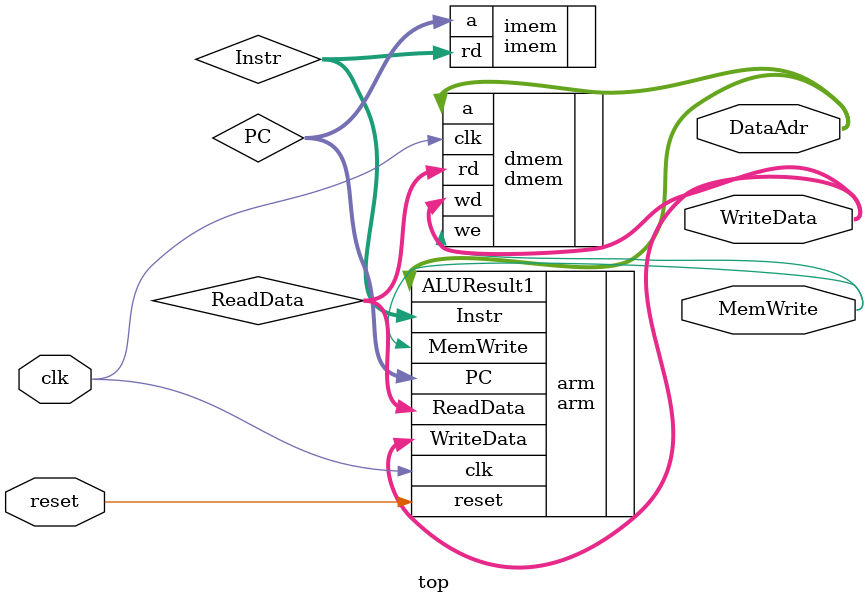
<source format=v>
`include "arm.v"
`include "imem.v"
`include "dmem.v"

module top (
	clk,
	reset,
	WriteData,
	DataAdr,
	MemWrite
);
	input wire clk;
	input wire reset;
	output wire [31:0] WriteData;
	output wire [31:0] DataAdr;
	output wire MemWrite;
	wire [31:0] PC;
	wire [31:0] Instr;
	wire [31:0] ReadData;
	arm arm(
		.clk(clk),
		.reset(reset),
		.PC(PC),
		.Instr(Instr),
		.MemWrite(MemWrite),
		.ALUResult1(DataAdr),
		.WriteData(WriteData),
		.ReadData(ReadData)
	);
	imem imem(
		.a(PC),
		.rd(Instr)
	);
	dmem dmem(
		.clk(clk),
		.we(MemWrite),
		.a(DataAdr),
		.wd(WriteData),
		.rd(ReadData)
	);
endmodule
</source>
